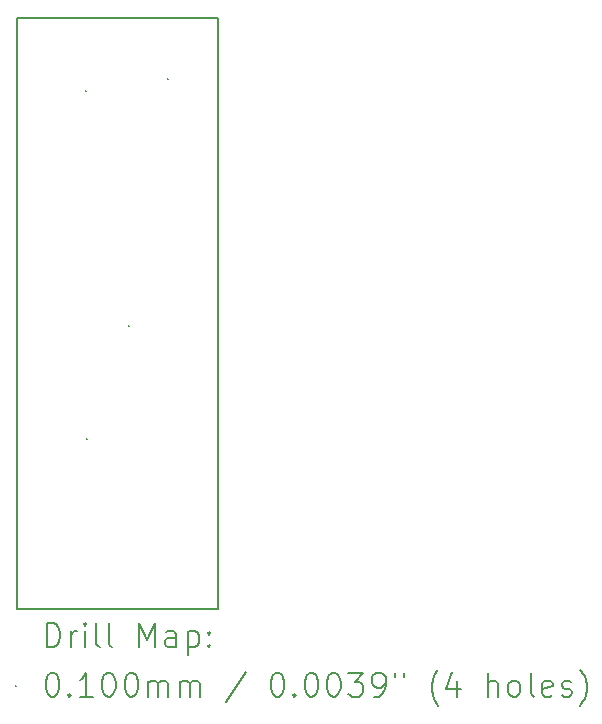
<source format=gbr>
%TF.GenerationSoftware,KiCad,Pcbnew,8.0.1*%
%TF.CreationDate,2024-10-17T14:11:02-05:00*%
%TF.ProjectId,sip-board,7369702d-626f-4617-9264-2e6b69636164,rev?*%
%TF.SameCoordinates,Original*%
%TF.FileFunction,Drillmap*%
%TF.FilePolarity,Positive*%
%FSLAX45Y45*%
G04 Gerber Fmt 4.5, Leading zero omitted, Abs format (unit mm)*
G04 Created by KiCad (PCBNEW 8.0.1) date 2024-10-17 14:11:02*
%MOMM*%
%LPD*%
G01*
G04 APERTURE LIST*
%ADD10C,0.200000*%
%ADD11C,0.100000*%
G04 APERTURE END LIST*
D10*
X13700000Y-7862000D02*
X15400000Y-7862000D01*
X15400000Y-12862000D01*
X13700000Y-12862000D01*
X13700000Y-7862000D01*
D11*
X14275000Y-8466000D02*
X14285000Y-8476000D01*
X14285000Y-8466000D02*
X14275000Y-8476000D01*
X14281000Y-11413000D02*
X14291000Y-11423000D01*
X14291000Y-11413000D02*
X14281000Y-11423000D01*
X14636000Y-10455000D02*
X14646000Y-10465000D01*
X14646000Y-10455000D02*
X14636000Y-10465000D01*
X14965000Y-8365000D02*
X14975000Y-8375000D01*
X14975000Y-8365000D02*
X14965000Y-8375000D01*
D10*
X13950777Y-13183484D02*
X13950777Y-12983484D01*
X13950777Y-12983484D02*
X13998396Y-12983484D01*
X13998396Y-12983484D02*
X14026967Y-12993008D01*
X14026967Y-12993008D02*
X14046015Y-13012055D01*
X14046015Y-13012055D02*
X14055539Y-13031103D01*
X14055539Y-13031103D02*
X14065062Y-13069198D01*
X14065062Y-13069198D02*
X14065062Y-13097769D01*
X14065062Y-13097769D02*
X14055539Y-13135865D01*
X14055539Y-13135865D02*
X14046015Y-13154912D01*
X14046015Y-13154912D02*
X14026967Y-13173960D01*
X14026967Y-13173960D02*
X13998396Y-13183484D01*
X13998396Y-13183484D02*
X13950777Y-13183484D01*
X14150777Y-13183484D02*
X14150777Y-13050150D01*
X14150777Y-13088246D02*
X14160301Y-13069198D01*
X14160301Y-13069198D02*
X14169824Y-13059674D01*
X14169824Y-13059674D02*
X14188872Y-13050150D01*
X14188872Y-13050150D02*
X14207920Y-13050150D01*
X14274586Y-13183484D02*
X14274586Y-13050150D01*
X14274586Y-12983484D02*
X14265062Y-12993008D01*
X14265062Y-12993008D02*
X14274586Y-13002531D01*
X14274586Y-13002531D02*
X14284110Y-12993008D01*
X14284110Y-12993008D02*
X14274586Y-12983484D01*
X14274586Y-12983484D02*
X14274586Y-13002531D01*
X14398396Y-13183484D02*
X14379348Y-13173960D01*
X14379348Y-13173960D02*
X14369824Y-13154912D01*
X14369824Y-13154912D02*
X14369824Y-12983484D01*
X14503158Y-13183484D02*
X14484110Y-13173960D01*
X14484110Y-13173960D02*
X14474586Y-13154912D01*
X14474586Y-13154912D02*
X14474586Y-12983484D01*
X14731729Y-13183484D02*
X14731729Y-12983484D01*
X14731729Y-12983484D02*
X14798396Y-13126341D01*
X14798396Y-13126341D02*
X14865062Y-12983484D01*
X14865062Y-12983484D02*
X14865062Y-13183484D01*
X15046015Y-13183484D02*
X15046015Y-13078722D01*
X15046015Y-13078722D02*
X15036491Y-13059674D01*
X15036491Y-13059674D02*
X15017443Y-13050150D01*
X15017443Y-13050150D02*
X14979348Y-13050150D01*
X14979348Y-13050150D02*
X14960301Y-13059674D01*
X15046015Y-13173960D02*
X15026967Y-13183484D01*
X15026967Y-13183484D02*
X14979348Y-13183484D01*
X14979348Y-13183484D02*
X14960301Y-13173960D01*
X14960301Y-13173960D02*
X14950777Y-13154912D01*
X14950777Y-13154912D02*
X14950777Y-13135865D01*
X14950777Y-13135865D02*
X14960301Y-13116817D01*
X14960301Y-13116817D02*
X14979348Y-13107293D01*
X14979348Y-13107293D02*
X15026967Y-13107293D01*
X15026967Y-13107293D02*
X15046015Y-13097769D01*
X15141253Y-13050150D02*
X15141253Y-13250150D01*
X15141253Y-13059674D02*
X15160301Y-13050150D01*
X15160301Y-13050150D02*
X15198396Y-13050150D01*
X15198396Y-13050150D02*
X15217443Y-13059674D01*
X15217443Y-13059674D02*
X15226967Y-13069198D01*
X15226967Y-13069198D02*
X15236491Y-13088246D01*
X15236491Y-13088246D02*
X15236491Y-13145388D01*
X15236491Y-13145388D02*
X15226967Y-13164436D01*
X15226967Y-13164436D02*
X15217443Y-13173960D01*
X15217443Y-13173960D02*
X15198396Y-13183484D01*
X15198396Y-13183484D02*
X15160301Y-13183484D01*
X15160301Y-13183484D02*
X15141253Y-13173960D01*
X15322205Y-13164436D02*
X15331729Y-13173960D01*
X15331729Y-13173960D02*
X15322205Y-13183484D01*
X15322205Y-13183484D02*
X15312682Y-13173960D01*
X15312682Y-13173960D02*
X15322205Y-13164436D01*
X15322205Y-13164436D02*
X15322205Y-13183484D01*
X15322205Y-13059674D02*
X15331729Y-13069198D01*
X15331729Y-13069198D02*
X15322205Y-13078722D01*
X15322205Y-13078722D02*
X15312682Y-13069198D01*
X15312682Y-13069198D02*
X15322205Y-13059674D01*
X15322205Y-13059674D02*
X15322205Y-13078722D01*
D11*
X13680000Y-13507000D02*
X13690000Y-13517000D01*
X13690000Y-13507000D02*
X13680000Y-13517000D01*
D10*
X13988872Y-13403484D02*
X14007920Y-13403484D01*
X14007920Y-13403484D02*
X14026967Y-13413008D01*
X14026967Y-13413008D02*
X14036491Y-13422531D01*
X14036491Y-13422531D02*
X14046015Y-13441579D01*
X14046015Y-13441579D02*
X14055539Y-13479674D01*
X14055539Y-13479674D02*
X14055539Y-13527293D01*
X14055539Y-13527293D02*
X14046015Y-13565388D01*
X14046015Y-13565388D02*
X14036491Y-13584436D01*
X14036491Y-13584436D02*
X14026967Y-13593960D01*
X14026967Y-13593960D02*
X14007920Y-13603484D01*
X14007920Y-13603484D02*
X13988872Y-13603484D01*
X13988872Y-13603484D02*
X13969824Y-13593960D01*
X13969824Y-13593960D02*
X13960301Y-13584436D01*
X13960301Y-13584436D02*
X13950777Y-13565388D01*
X13950777Y-13565388D02*
X13941253Y-13527293D01*
X13941253Y-13527293D02*
X13941253Y-13479674D01*
X13941253Y-13479674D02*
X13950777Y-13441579D01*
X13950777Y-13441579D02*
X13960301Y-13422531D01*
X13960301Y-13422531D02*
X13969824Y-13413008D01*
X13969824Y-13413008D02*
X13988872Y-13403484D01*
X14141253Y-13584436D02*
X14150777Y-13593960D01*
X14150777Y-13593960D02*
X14141253Y-13603484D01*
X14141253Y-13603484D02*
X14131729Y-13593960D01*
X14131729Y-13593960D02*
X14141253Y-13584436D01*
X14141253Y-13584436D02*
X14141253Y-13603484D01*
X14341253Y-13603484D02*
X14226967Y-13603484D01*
X14284110Y-13603484D02*
X14284110Y-13403484D01*
X14284110Y-13403484D02*
X14265062Y-13432055D01*
X14265062Y-13432055D02*
X14246015Y-13451103D01*
X14246015Y-13451103D02*
X14226967Y-13460627D01*
X14465062Y-13403484D02*
X14484110Y-13403484D01*
X14484110Y-13403484D02*
X14503158Y-13413008D01*
X14503158Y-13413008D02*
X14512682Y-13422531D01*
X14512682Y-13422531D02*
X14522205Y-13441579D01*
X14522205Y-13441579D02*
X14531729Y-13479674D01*
X14531729Y-13479674D02*
X14531729Y-13527293D01*
X14531729Y-13527293D02*
X14522205Y-13565388D01*
X14522205Y-13565388D02*
X14512682Y-13584436D01*
X14512682Y-13584436D02*
X14503158Y-13593960D01*
X14503158Y-13593960D02*
X14484110Y-13603484D01*
X14484110Y-13603484D02*
X14465062Y-13603484D01*
X14465062Y-13603484D02*
X14446015Y-13593960D01*
X14446015Y-13593960D02*
X14436491Y-13584436D01*
X14436491Y-13584436D02*
X14426967Y-13565388D01*
X14426967Y-13565388D02*
X14417443Y-13527293D01*
X14417443Y-13527293D02*
X14417443Y-13479674D01*
X14417443Y-13479674D02*
X14426967Y-13441579D01*
X14426967Y-13441579D02*
X14436491Y-13422531D01*
X14436491Y-13422531D02*
X14446015Y-13413008D01*
X14446015Y-13413008D02*
X14465062Y-13403484D01*
X14655539Y-13403484D02*
X14674586Y-13403484D01*
X14674586Y-13403484D02*
X14693634Y-13413008D01*
X14693634Y-13413008D02*
X14703158Y-13422531D01*
X14703158Y-13422531D02*
X14712682Y-13441579D01*
X14712682Y-13441579D02*
X14722205Y-13479674D01*
X14722205Y-13479674D02*
X14722205Y-13527293D01*
X14722205Y-13527293D02*
X14712682Y-13565388D01*
X14712682Y-13565388D02*
X14703158Y-13584436D01*
X14703158Y-13584436D02*
X14693634Y-13593960D01*
X14693634Y-13593960D02*
X14674586Y-13603484D01*
X14674586Y-13603484D02*
X14655539Y-13603484D01*
X14655539Y-13603484D02*
X14636491Y-13593960D01*
X14636491Y-13593960D02*
X14626967Y-13584436D01*
X14626967Y-13584436D02*
X14617443Y-13565388D01*
X14617443Y-13565388D02*
X14607920Y-13527293D01*
X14607920Y-13527293D02*
X14607920Y-13479674D01*
X14607920Y-13479674D02*
X14617443Y-13441579D01*
X14617443Y-13441579D02*
X14626967Y-13422531D01*
X14626967Y-13422531D02*
X14636491Y-13413008D01*
X14636491Y-13413008D02*
X14655539Y-13403484D01*
X14807920Y-13603484D02*
X14807920Y-13470150D01*
X14807920Y-13489198D02*
X14817443Y-13479674D01*
X14817443Y-13479674D02*
X14836491Y-13470150D01*
X14836491Y-13470150D02*
X14865063Y-13470150D01*
X14865063Y-13470150D02*
X14884110Y-13479674D01*
X14884110Y-13479674D02*
X14893634Y-13498722D01*
X14893634Y-13498722D02*
X14893634Y-13603484D01*
X14893634Y-13498722D02*
X14903158Y-13479674D01*
X14903158Y-13479674D02*
X14922205Y-13470150D01*
X14922205Y-13470150D02*
X14950777Y-13470150D01*
X14950777Y-13470150D02*
X14969824Y-13479674D01*
X14969824Y-13479674D02*
X14979348Y-13498722D01*
X14979348Y-13498722D02*
X14979348Y-13603484D01*
X15074586Y-13603484D02*
X15074586Y-13470150D01*
X15074586Y-13489198D02*
X15084110Y-13479674D01*
X15084110Y-13479674D02*
X15103158Y-13470150D01*
X15103158Y-13470150D02*
X15131729Y-13470150D01*
X15131729Y-13470150D02*
X15150777Y-13479674D01*
X15150777Y-13479674D02*
X15160301Y-13498722D01*
X15160301Y-13498722D02*
X15160301Y-13603484D01*
X15160301Y-13498722D02*
X15169824Y-13479674D01*
X15169824Y-13479674D02*
X15188872Y-13470150D01*
X15188872Y-13470150D02*
X15217443Y-13470150D01*
X15217443Y-13470150D02*
X15236491Y-13479674D01*
X15236491Y-13479674D02*
X15246015Y-13498722D01*
X15246015Y-13498722D02*
X15246015Y-13603484D01*
X15636491Y-13393960D02*
X15465063Y-13651103D01*
X15893634Y-13403484D02*
X15912682Y-13403484D01*
X15912682Y-13403484D02*
X15931729Y-13413008D01*
X15931729Y-13413008D02*
X15941253Y-13422531D01*
X15941253Y-13422531D02*
X15950777Y-13441579D01*
X15950777Y-13441579D02*
X15960301Y-13479674D01*
X15960301Y-13479674D02*
X15960301Y-13527293D01*
X15960301Y-13527293D02*
X15950777Y-13565388D01*
X15950777Y-13565388D02*
X15941253Y-13584436D01*
X15941253Y-13584436D02*
X15931729Y-13593960D01*
X15931729Y-13593960D02*
X15912682Y-13603484D01*
X15912682Y-13603484D02*
X15893634Y-13603484D01*
X15893634Y-13603484D02*
X15874586Y-13593960D01*
X15874586Y-13593960D02*
X15865063Y-13584436D01*
X15865063Y-13584436D02*
X15855539Y-13565388D01*
X15855539Y-13565388D02*
X15846015Y-13527293D01*
X15846015Y-13527293D02*
X15846015Y-13479674D01*
X15846015Y-13479674D02*
X15855539Y-13441579D01*
X15855539Y-13441579D02*
X15865063Y-13422531D01*
X15865063Y-13422531D02*
X15874586Y-13413008D01*
X15874586Y-13413008D02*
X15893634Y-13403484D01*
X16046015Y-13584436D02*
X16055539Y-13593960D01*
X16055539Y-13593960D02*
X16046015Y-13603484D01*
X16046015Y-13603484D02*
X16036491Y-13593960D01*
X16036491Y-13593960D02*
X16046015Y-13584436D01*
X16046015Y-13584436D02*
X16046015Y-13603484D01*
X16179348Y-13403484D02*
X16198396Y-13403484D01*
X16198396Y-13403484D02*
X16217444Y-13413008D01*
X16217444Y-13413008D02*
X16226967Y-13422531D01*
X16226967Y-13422531D02*
X16236491Y-13441579D01*
X16236491Y-13441579D02*
X16246015Y-13479674D01*
X16246015Y-13479674D02*
X16246015Y-13527293D01*
X16246015Y-13527293D02*
X16236491Y-13565388D01*
X16236491Y-13565388D02*
X16226967Y-13584436D01*
X16226967Y-13584436D02*
X16217444Y-13593960D01*
X16217444Y-13593960D02*
X16198396Y-13603484D01*
X16198396Y-13603484D02*
X16179348Y-13603484D01*
X16179348Y-13603484D02*
X16160301Y-13593960D01*
X16160301Y-13593960D02*
X16150777Y-13584436D01*
X16150777Y-13584436D02*
X16141253Y-13565388D01*
X16141253Y-13565388D02*
X16131729Y-13527293D01*
X16131729Y-13527293D02*
X16131729Y-13479674D01*
X16131729Y-13479674D02*
X16141253Y-13441579D01*
X16141253Y-13441579D02*
X16150777Y-13422531D01*
X16150777Y-13422531D02*
X16160301Y-13413008D01*
X16160301Y-13413008D02*
X16179348Y-13403484D01*
X16369825Y-13403484D02*
X16388872Y-13403484D01*
X16388872Y-13403484D02*
X16407920Y-13413008D01*
X16407920Y-13413008D02*
X16417444Y-13422531D01*
X16417444Y-13422531D02*
X16426967Y-13441579D01*
X16426967Y-13441579D02*
X16436491Y-13479674D01*
X16436491Y-13479674D02*
X16436491Y-13527293D01*
X16436491Y-13527293D02*
X16426967Y-13565388D01*
X16426967Y-13565388D02*
X16417444Y-13584436D01*
X16417444Y-13584436D02*
X16407920Y-13593960D01*
X16407920Y-13593960D02*
X16388872Y-13603484D01*
X16388872Y-13603484D02*
X16369825Y-13603484D01*
X16369825Y-13603484D02*
X16350777Y-13593960D01*
X16350777Y-13593960D02*
X16341253Y-13584436D01*
X16341253Y-13584436D02*
X16331729Y-13565388D01*
X16331729Y-13565388D02*
X16322206Y-13527293D01*
X16322206Y-13527293D02*
X16322206Y-13479674D01*
X16322206Y-13479674D02*
X16331729Y-13441579D01*
X16331729Y-13441579D02*
X16341253Y-13422531D01*
X16341253Y-13422531D02*
X16350777Y-13413008D01*
X16350777Y-13413008D02*
X16369825Y-13403484D01*
X16503158Y-13403484D02*
X16626967Y-13403484D01*
X16626967Y-13403484D02*
X16560301Y-13479674D01*
X16560301Y-13479674D02*
X16588872Y-13479674D01*
X16588872Y-13479674D02*
X16607920Y-13489198D01*
X16607920Y-13489198D02*
X16617444Y-13498722D01*
X16617444Y-13498722D02*
X16626967Y-13517769D01*
X16626967Y-13517769D02*
X16626967Y-13565388D01*
X16626967Y-13565388D02*
X16617444Y-13584436D01*
X16617444Y-13584436D02*
X16607920Y-13593960D01*
X16607920Y-13593960D02*
X16588872Y-13603484D01*
X16588872Y-13603484D02*
X16531729Y-13603484D01*
X16531729Y-13603484D02*
X16512682Y-13593960D01*
X16512682Y-13593960D02*
X16503158Y-13584436D01*
X16722206Y-13603484D02*
X16760301Y-13603484D01*
X16760301Y-13603484D02*
X16779349Y-13593960D01*
X16779349Y-13593960D02*
X16788872Y-13584436D01*
X16788872Y-13584436D02*
X16807920Y-13555865D01*
X16807920Y-13555865D02*
X16817444Y-13517769D01*
X16817444Y-13517769D02*
X16817444Y-13441579D01*
X16817444Y-13441579D02*
X16807920Y-13422531D01*
X16807920Y-13422531D02*
X16798396Y-13413008D01*
X16798396Y-13413008D02*
X16779349Y-13403484D01*
X16779349Y-13403484D02*
X16741253Y-13403484D01*
X16741253Y-13403484D02*
X16722206Y-13413008D01*
X16722206Y-13413008D02*
X16712682Y-13422531D01*
X16712682Y-13422531D02*
X16703158Y-13441579D01*
X16703158Y-13441579D02*
X16703158Y-13489198D01*
X16703158Y-13489198D02*
X16712682Y-13508246D01*
X16712682Y-13508246D02*
X16722206Y-13517769D01*
X16722206Y-13517769D02*
X16741253Y-13527293D01*
X16741253Y-13527293D02*
X16779349Y-13527293D01*
X16779349Y-13527293D02*
X16798396Y-13517769D01*
X16798396Y-13517769D02*
X16807920Y-13508246D01*
X16807920Y-13508246D02*
X16817444Y-13489198D01*
X16893634Y-13403484D02*
X16893634Y-13441579D01*
X16969825Y-13403484D02*
X16969825Y-13441579D01*
X17265063Y-13679674D02*
X17255539Y-13670150D01*
X17255539Y-13670150D02*
X17236491Y-13641579D01*
X17236491Y-13641579D02*
X17226968Y-13622531D01*
X17226968Y-13622531D02*
X17217444Y-13593960D01*
X17217444Y-13593960D02*
X17207920Y-13546341D01*
X17207920Y-13546341D02*
X17207920Y-13508246D01*
X17207920Y-13508246D02*
X17217444Y-13460627D01*
X17217444Y-13460627D02*
X17226968Y-13432055D01*
X17226968Y-13432055D02*
X17236491Y-13413008D01*
X17236491Y-13413008D02*
X17255539Y-13384436D01*
X17255539Y-13384436D02*
X17265063Y-13374912D01*
X17426968Y-13470150D02*
X17426968Y-13603484D01*
X17379349Y-13393960D02*
X17331730Y-13536817D01*
X17331730Y-13536817D02*
X17455539Y-13536817D01*
X17684111Y-13603484D02*
X17684111Y-13403484D01*
X17769825Y-13603484D02*
X17769825Y-13498722D01*
X17769825Y-13498722D02*
X17760301Y-13479674D01*
X17760301Y-13479674D02*
X17741253Y-13470150D01*
X17741253Y-13470150D02*
X17712682Y-13470150D01*
X17712682Y-13470150D02*
X17693634Y-13479674D01*
X17693634Y-13479674D02*
X17684111Y-13489198D01*
X17893634Y-13603484D02*
X17874587Y-13593960D01*
X17874587Y-13593960D02*
X17865063Y-13584436D01*
X17865063Y-13584436D02*
X17855539Y-13565388D01*
X17855539Y-13565388D02*
X17855539Y-13508246D01*
X17855539Y-13508246D02*
X17865063Y-13489198D01*
X17865063Y-13489198D02*
X17874587Y-13479674D01*
X17874587Y-13479674D02*
X17893634Y-13470150D01*
X17893634Y-13470150D02*
X17922206Y-13470150D01*
X17922206Y-13470150D02*
X17941253Y-13479674D01*
X17941253Y-13479674D02*
X17950777Y-13489198D01*
X17950777Y-13489198D02*
X17960301Y-13508246D01*
X17960301Y-13508246D02*
X17960301Y-13565388D01*
X17960301Y-13565388D02*
X17950777Y-13584436D01*
X17950777Y-13584436D02*
X17941253Y-13593960D01*
X17941253Y-13593960D02*
X17922206Y-13603484D01*
X17922206Y-13603484D02*
X17893634Y-13603484D01*
X18074587Y-13603484D02*
X18055539Y-13593960D01*
X18055539Y-13593960D02*
X18046015Y-13574912D01*
X18046015Y-13574912D02*
X18046015Y-13403484D01*
X18226968Y-13593960D02*
X18207920Y-13603484D01*
X18207920Y-13603484D02*
X18169825Y-13603484D01*
X18169825Y-13603484D02*
X18150777Y-13593960D01*
X18150777Y-13593960D02*
X18141253Y-13574912D01*
X18141253Y-13574912D02*
X18141253Y-13498722D01*
X18141253Y-13498722D02*
X18150777Y-13479674D01*
X18150777Y-13479674D02*
X18169825Y-13470150D01*
X18169825Y-13470150D02*
X18207920Y-13470150D01*
X18207920Y-13470150D02*
X18226968Y-13479674D01*
X18226968Y-13479674D02*
X18236492Y-13498722D01*
X18236492Y-13498722D02*
X18236492Y-13517769D01*
X18236492Y-13517769D02*
X18141253Y-13536817D01*
X18312682Y-13593960D02*
X18331730Y-13603484D01*
X18331730Y-13603484D02*
X18369825Y-13603484D01*
X18369825Y-13603484D02*
X18388873Y-13593960D01*
X18388873Y-13593960D02*
X18398396Y-13574912D01*
X18398396Y-13574912D02*
X18398396Y-13565388D01*
X18398396Y-13565388D02*
X18388873Y-13546341D01*
X18388873Y-13546341D02*
X18369825Y-13536817D01*
X18369825Y-13536817D02*
X18341253Y-13536817D01*
X18341253Y-13536817D02*
X18322206Y-13527293D01*
X18322206Y-13527293D02*
X18312682Y-13508246D01*
X18312682Y-13508246D02*
X18312682Y-13498722D01*
X18312682Y-13498722D02*
X18322206Y-13479674D01*
X18322206Y-13479674D02*
X18341253Y-13470150D01*
X18341253Y-13470150D02*
X18369825Y-13470150D01*
X18369825Y-13470150D02*
X18388873Y-13479674D01*
X18465063Y-13679674D02*
X18474587Y-13670150D01*
X18474587Y-13670150D02*
X18493634Y-13641579D01*
X18493634Y-13641579D02*
X18503158Y-13622531D01*
X18503158Y-13622531D02*
X18512682Y-13593960D01*
X18512682Y-13593960D02*
X18522206Y-13546341D01*
X18522206Y-13546341D02*
X18522206Y-13508246D01*
X18522206Y-13508246D02*
X18512682Y-13460627D01*
X18512682Y-13460627D02*
X18503158Y-13432055D01*
X18503158Y-13432055D02*
X18493634Y-13413008D01*
X18493634Y-13413008D02*
X18474587Y-13384436D01*
X18474587Y-13384436D02*
X18465063Y-13374912D01*
M02*

</source>
